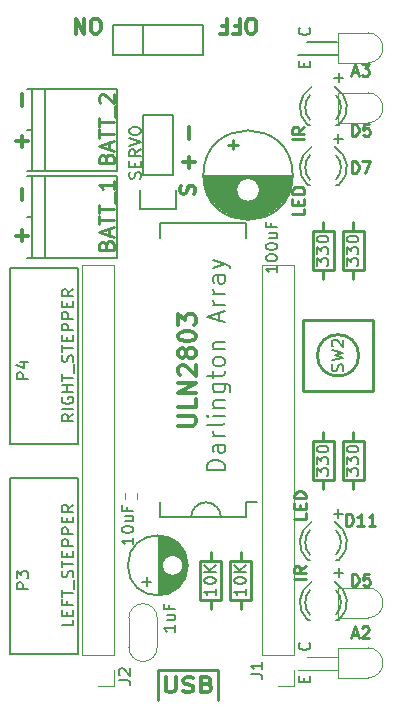
<source format=gto>
G04 #@! TF.FileFunction,Legend,Top*
%FSLAX46Y46*%
G04 Gerber Fmt 4.6, Leading zero omitted, Abs format (unit mm)*
G04 Created by KiCad (PCBNEW 4.0.6) date 11/20/19 08:45:12*
%MOMM*%
%LPD*%
G01*
G04 APERTURE LIST*
%ADD10C,0.100000*%
%ADD11C,0.150000*%
%ADD12C,0.254000*%
%ADD13C,0.300000*%
%ADD14C,0.200000*%
%ADD15C,0.250000*%
%ADD16C,0.120000*%
G04 APERTURE END LIST*
D10*
D11*
X149479048Y-70556429D02*
X150240953Y-70556429D01*
X149860001Y-70937381D02*
X149860001Y-70175476D01*
X149479048Y-102306429D02*
X150240953Y-102306429D01*
X149860001Y-102687381D02*
X149860001Y-101925476D01*
D12*
X139700000Y-115570000D02*
X139700000Y-118110000D01*
X136525000Y-115570000D02*
X139700000Y-115570000D01*
X134620000Y-115570000D02*
X136525000Y-115570000D01*
X134620000Y-118110000D02*
X134620000Y-115570000D01*
D13*
X135267143Y-116144524D02*
X135267143Y-117172619D01*
X135338571Y-117293571D01*
X135410000Y-117354048D01*
X135552857Y-117414524D01*
X135838571Y-117414524D01*
X135981429Y-117354048D01*
X136052857Y-117293571D01*
X136124286Y-117172619D01*
X136124286Y-116144524D01*
X136767143Y-117354048D02*
X136981429Y-117414524D01*
X137338572Y-117414524D01*
X137481429Y-117354048D01*
X137552858Y-117293571D01*
X137624286Y-117172619D01*
X137624286Y-117051667D01*
X137552858Y-116930714D01*
X137481429Y-116870238D01*
X137338572Y-116809762D01*
X137052858Y-116749286D01*
X136910000Y-116688810D01*
X136838572Y-116628333D01*
X136767143Y-116507381D01*
X136767143Y-116386429D01*
X136838572Y-116265476D01*
X136910000Y-116205000D01*
X137052858Y-116144524D01*
X137410000Y-116144524D01*
X137624286Y-116205000D01*
X138767143Y-116749286D02*
X138981429Y-116809762D01*
X139052857Y-116870238D01*
X139124286Y-116991190D01*
X139124286Y-117172619D01*
X139052857Y-117293571D01*
X138981429Y-117354048D01*
X138838571Y-117414524D01*
X138267143Y-117414524D01*
X138267143Y-116144524D01*
X138767143Y-116144524D01*
X138910000Y-116205000D01*
X138981429Y-116265476D01*
X139052857Y-116386429D01*
X139052857Y-116507381D01*
X138981429Y-116628333D01*
X138910000Y-116688810D01*
X138767143Y-116749286D01*
X138267143Y-116749286D01*
D14*
X140251571Y-98610428D02*
X138751571Y-98610428D01*
X138751571Y-98253285D01*
X138823000Y-98039000D01*
X138965857Y-97896142D01*
X139108714Y-97824714D01*
X139394429Y-97753285D01*
X139608714Y-97753285D01*
X139894429Y-97824714D01*
X140037286Y-97896142D01*
X140180143Y-98039000D01*
X140251571Y-98253285D01*
X140251571Y-98610428D01*
X140251571Y-96467571D02*
X139465857Y-96467571D01*
X139323000Y-96539000D01*
X139251571Y-96681857D01*
X139251571Y-96967571D01*
X139323000Y-97110428D01*
X140180143Y-96467571D02*
X140251571Y-96610428D01*
X140251571Y-96967571D01*
X140180143Y-97110428D01*
X140037286Y-97181857D01*
X139894429Y-97181857D01*
X139751571Y-97110428D01*
X139680143Y-96967571D01*
X139680143Y-96610428D01*
X139608714Y-96467571D01*
X140251571Y-95753285D02*
X139251571Y-95753285D01*
X139537286Y-95753285D02*
X139394429Y-95681857D01*
X139323000Y-95610428D01*
X139251571Y-95467571D01*
X139251571Y-95324714D01*
X140251571Y-94610428D02*
X140180143Y-94753286D01*
X140037286Y-94824714D01*
X138751571Y-94824714D01*
X140251571Y-94039000D02*
X139251571Y-94039000D01*
X138751571Y-94039000D02*
X138823000Y-94110429D01*
X138894429Y-94039000D01*
X138823000Y-93967572D01*
X138751571Y-94039000D01*
X138894429Y-94039000D01*
X139251571Y-93324714D02*
X140251571Y-93324714D01*
X139394429Y-93324714D02*
X139323000Y-93253286D01*
X139251571Y-93110428D01*
X139251571Y-92896143D01*
X139323000Y-92753286D01*
X139465857Y-92681857D01*
X140251571Y-92681857D01*
X139251571Y-91324714D02*
X140465857Y-91324714D01*
X140608714Y-91396143D01*
X140680143Y-91467571D01*
X140751571Y-91610428D01*
X140751571Y-91824714D01*
X140680143Y-91967571D01*
X140180143Y-91324714D02*
X140251571Y-91467571D01*
X140251571Y-91753285D01*
X140180143Y-91896143D01*
X140108714Y-91967571D01*
X139965857Y-92039000D01*
X139537286Y-92039000D01*
X139394429Y-91967571D01*
X139323000Y-91896143D01*
X139251571Y-91753285D01*
X139251571Y-91467571D01*
X139323000Y-91324714D01*
X139251571Y-90824714D02*
X139251571Y-90253285D01*
X138751571Y-90610428D02*
X140037286Y-90610428D01*
X140180143Y-90539000D01*
X140251571Y-90396142D01*
X140251571Y-90253285D01*
X140251571Y-89538999D02*
X140180143Y-89681857D01*
X140108714Y-89753285D01*
X139965857Y-89824714D01*
X139537286Y-89824714D01*
X139394429Y-89753285D01*
X139323000Y-89681857D01*
X139251571Y-89538999D01*
X139251571Y-89324714D01*
X139323000Y-89181857D01*
X139394429Y-89110428D01*
X139537286Y-89038999D01*
X139965857Y-89038999D01*
X140108714Y-89110428D01*
X140180143Y-89181857D01*
X140251571Y-89324714D01*
X140251571Y-89538999D01*
X139251571Y-88396142D02*
X140251571Y-88396142D01*
X139394429Y-88396142D02*
X139323000Y-88324714D01*
X139251571Y-88181856D01*
X139251571Y-87967571D01*
X139323000Y-87824714D01*
X139465857Y-87753285D01*
X140251571Y-87753285D01*
X139823000Y-85967571D02*
X139823000Y-85253285D01*
X140251571Y-86110428D02*
X138751571Y-85610428D01*
X140251571Y-85110428D01*
X140251571Y-84610428D02*
X139251571Y-84610428D01*
X139537286Y-84610428D02*
X139394429Y-84539000D01*
X139323000Y-84467571D01*
X139251571Y-84324714D01*
X139251571Y-84181857D01*
X140251571Y-83681857D02*
X139251571Y-83681857D01*
X139537286Y-83681857D02*
X139394429Y-83610429D01*
X139323000Y-83539000D01*
X139251571Y-83396143D01*
X139251571Y-83253286D01*
X140251571Y-82110429D02*
X139465857Y-82110429D01*
X139323000Y-82181858D01*
X139251571Y-82324715D01*
X139251571Y-82610429D01*
X139323000Y-82753286D01*
X140180143Y-82110429D02*
X140251571Y-82253286D01*
X140251571Y-82610429D01*
X140180143Y-82753286D01*
X140037286Y-82824715D01*
X139894429Y-82824715D01*
X139751571Y-82753286D01*
X139680143Y-82610429D01*
X139680143Y-82253286D01*
X139608714Y-82110429D01*
X139251571Y-81539000D02*
X140251571Y-81181857D01*
X139251571Y-80824715D02*
X140251571Y-81181857D01*
X140608714Y-81324715D01*
X140680143Y-81396143D01*
X140751571Y-81539000D01*
D15*
X151050714Y-64936667D02*
X151526905Y-64936667D01*
X150955476Y-65222381D02*
X151288809Y-64222381D01*
X151622143Y-65222381D01*
X151860238Y-64222381D02*
X152479286Y-64222381D01*
X152145952Y-64603333D01*
X152288810Y-64603333D01*
X152384048Y-64650952D01*
X152431667Y-64698571D01*
X152479286Y-64793810D01*
X152479286Y-65031905D01*
X152431667Y-65127143D01*
X152384048Y-65174762D01*
X152288810Y-65222381D01*
X152003095Y-65222381D01*
X151907857Y-65174762D01*
X151860238Y-65127143D01*
X151026905Y-70302381D02*
X151026905Y-69302381D01*
X151265000Y-69302381D01*
X151407858Y-69350000D01*
X151503096Y-69445238D01*
X151550715Y-69540476D01*
X151598334Y-69730952D01*
X151598334Y-69873810D01*
X151550715Y-70064286D01*
X151503096Y-70159524D01*
X151407858Y-70254762D01*
X151265000Y-70302381D01*
X151026905Y-70302381D01*
X152503096Y-69302381D02*
X152026905Y-69302381D01*
X151979286Y-69778571D01*
X152026905Y-69730952D01*
X152122143Y-69683333D01*
X152360239Y-69683333D01*
X152455477Y-69730952D01*
X152503096Y-69778571D01*
X152550715Y-69873810D01*
X152550715Y-70111905D01*
X152503096Y-70207143D01*
X152455477Y-70254762D01*
X152360239Y-70302381D01*
X152122143Y-70302381D01*
X152026905Y-70254762D01*
X151979286Y-70207143D01*
X151026905Y-73477381D02*
X151026905Y-72477381D01*
X151265000Y-72477381D01*
X151407858Y-72525000D01*
X151503096Y-72620238D01*
X151550715Y-72715476D01*
X151598334Y-72905952D01*
X151598334Y-73048810D01*
X151550715Y-73239286D01*
X151503096Y-73334524D01*
X151407858Y-73429762D01*
X151265000Y-73477381D01*
X151026905Y-73477381D01*
X151931667Y-72477381D02*
X152598334Y-72477381D01*
X152169762Y-73477381D01*
X151026905Y-108402381D02*
X151026905Y-107402381D01*
X151265000Y-107402381D01*
X151407858Y-107450000D01*
X151503096Y-107545238D01*
X151550715Y-107640476D01*
X151598334Y-107830952D01*
X151598334Y-107973810D01*
X151550715Y-108164286D01*
X151503096Y-108259524D01*
X151407858Y-108354762D01*
X151265000Y-108402381D01*
X151026905Y-108402381D01*
X152503096Y-107402381D02*
X152026905Y-107402381D01*
X151979286Y-107878571D01*
X152026905Y-107830952D01*
X152122143Y-107783333D01*
X152360239Y-107783333D01*
X152455477Y-107830952D01*
X152503096Y-107878571D01*
X152550715Y-107973810D01*
X152550715Y-108211905D01*
X152503096Y-108307143D01*
X152455477Y-108354762D01*
X152360239Y-108402381D01*
X152122143Y-108402381D01*
X152026905Y-108354762D01*
X151979286Y-108307143D01*
X150550714Y-103322381D02*
X150550714Y-102322381D01*
X150788809Y-102322381D01*
X150931667Y-102370000D01*
X151026905Y-102465238D01*
X151074524Y-102560476D01*
X151122143Y-102750952D01*
X151122143Y-102893810D01*
X151074524Y-103084286D01*
X151026905Y-103179524D01*
X150931667Y-103274762D01*
X150788809Y-103322381D01*
X150550714Y-103322381D01*
X152074524Y-103322381D02*
X151503095Y-103322381D01*
X151788809Y-103322381D02*
X151788809Y-102322381D01*
X151693571Y-102465238D01*
X151598333Y-102560476D01*
X151503095Y-102608095D01*
X153026905Y-103322381D02*
X152455476Y-103322381D01*
X152741190Y-103322381D02*
X152741190Y-102322381D01*
X152645952Y-102465238D01*
X152550714Y-102560476D01*
X152455476Y-102608095D01*
X151050714Y-112561667D02*
X151526905Y-112561667D01*
X150955476Y-112847381D02*
X151288809Y-111847381D01*
X151622143Y-112847381D01*
X151907857Y-111942619D02*
X151955476Y-111895000D01*
X152050714Y-111847381D01*
X152288810Y-111847381D01*
X152384048Y-111895000D01*
X152431667Y-111942619D01*
X152479286Y-112037857D01*
X152479286Y-112133095D01*
X152431667Y-112275952D01*
X151860238Y-112847381D01*
X152479286Y-112847381D01*
D12*
X140582953Y-71065571D02*
X141357048Y-71065571D01*
X140970000Y-71452619D02*
X140970000Y-70678524D01*
X147017619Y-76472143D02*
X147017619Y-76955952D01*
X146001619Y-76955952D01*
X146485429Y-76133476D02*
X146485429Y-75794810D01*
X147017619Y-75649667D02*
X147017619Y-76133476D01*
X146001619Y-76133476D01*
X146001619Y-75649667D01*
X147017619Y-75214238D02*
X146001619Y-75214238D01*
X146001619Y-74972333D01*
X146050000Y-74827191D01*
X146146762Y-74730429D01*
X146243524Y-74682048D01*
X146437048Y-74633667D01*
X146582190Y-74633667D01*
X146775714Y-74682048D01*
X146872476Y-74730429D01*
X146969238Y-74827191D01*
X147017619Y-74972333D01*
X147017619Y-75214238D01*
X147017619Y-70612000D02*
X146001619Y-70612000D01*
X147017619Y-69547619D02*
X146533810Y-69886285D01*
X147017619Y-70128190D02*
X146001619Y-70128190D01*
X146001619Y-69741143D01*
X146050000Y-69644381D01*
X146098381Y-69596000D01*
X146195143Y-69547619D01*
X146340286Y-69547619D01*
X146437048Y-69596000D01*
X146485429Y-69644381D01*
X146533810Y-69741143D01*
X146533810Y-70128190D01*
X147144619Y-102253143D02*
X147144619Y-102736952D01*
X146128619Y-102736952D01*
X146612429Y-101914476D02*
X146612429Y-101575810D01*
X147144619Y-101430667D02*
X147144619Y-101914476D01*
X146128619Y-101914476D01*
X146128619Y-101430667D01*
X147144619Y-100995238D02*
X146128619Y-100995238D01*
X146128619Y-100753333D01*
X146177000Y-100608191D01*
X146273762Y-100511429D01*
X146370524Y-100463048D01*
X146564048Y-100414667D01*
X146709190Y-100414667D01*
X146902714Y-100463048D01*
X146999476Y-100511429D01*
X147096238Y-100608191D01*
X147144619Y-100753333D01*
X147144619Y-100995238D01*
X147144619Y-107823000D02*
X146128619Y-107823000D01*
X147144619Y-106758619D02*
X146660810Y-107097285D01*
X147144619Y-107339190D02*
X146128619Y-107339190D01*
X146128619Y-106952143D01*
X146177000Y-106855381D01*
X146225381Y-106807000D01*
X146322143Y-106758619D01*
X146467286Y-106758619D01*
X146564048Y-106807000D01*
X146612429Y-106855381D01*
X146660810Y-106952143D01*
X146660810Y-107339190D01*
D15*
X130212714Y-79536952D02*
X130272238Y-79358381D01*
X130331762Y-79298857D01*
X130450810Y-79239333D01*
X130629381Y-79239333D01*
X130748429Y-79298857D01*
X130807952Y-79358381D01*
X130867476Y-79477428D01*
X130867476Y-79953619D01*
X129617476Y-79953619D01*
X129617476Y-79536952D01*
X129677000Y-79417905D01*
X129736524Y-79358381D01*
X129855571Y-79298857D01*
X129974619Y-79298857D01*
X130093667Y-79358381D01*
X130153190Y-79417905D01*
X130212714Y-79536952D01*
X130212714Y-79953619D01*
X130510333Y-78763143D02*
X130510333Y-78167905D01*
X130867476Y-78882190D02*
X129617476Y-78465524D01*
X130867476Y-78048857D01*
X129617476Y-77810761D02*
X129617476Y-77096476D01*
X130867476Y-77453619D02*
X129617476Y-77453619D01*
X129617476Y-76858380D02*
X129617476Y-76144095D01*
X130867476Y-76501238D02*
X129617476Y-76501238D01*
X130986524Y-76025047D02*
X130986524Y-75072666D01*
X130867476Y-74120285D02*
X130867476Y-74834571D01*
X130867476Y-74477428D02*
X129617476Y-74477428D01*
X129796048Y-74596476D01*
X129915095Y-74715523D01*
X129974619Y-74834571D01*
X130212714Y-72215523D02*
X130272238Y-72036952D01*
X130331762Y-71977428D01*
X130450810Y-71917904D01*
X130629381Y-71917904D01*
X130748429Y-71977428D01*
X130807952Y-72036952D01*
X130867476Y-72155999D01*
X130867476Y-72632190D01*
X129617476Y-72632190D01*
X129617476Y-72215523D01*
X129677000Y-72096476D01*
X129736524Y-72036952D01*
X129855571Y-71977428D01*
X129974619Y-71977428D01*
X130093667Y-72036952D01*
X130153190Y-72096476D01*
X130212714Y-72215523D01*
X130212714Y-72632190D01*
X130510333Y-71441714D02*
X130510333Y-70846476D01*
X130867476Y-71560761D02*
X129617476Y-71144095D01*
X130867476Y-70727428D01*
X129617476Y-70489332D02*
X129617476Y-69775047D01*
X130867476Y-70132190D02*
X129617476Y-70132190D01*
X129617476Y-69536951D02*
X129617476Y-68822666D01*
X130867476Y-69179809D02*
X129617476Y-69179809D01*
X130986524Y-68703618D02*
X130986524Y-67751237D01*
X129736524Y-67513142D02*
X129677000Y-67453618D01*
X129617476Y-67334570D01*
X129617476Y-67036951D01*
X129677000Y-66917904D01*
X129736524Y-66858380D01*
X129855571Y-66798856D01*
X129974619Y-66798856D01*
X130153190Y-66858380D01*
X130867476Y-67572666D01*
X130867476Y-66798856D01*
D13*
X137665952Y-75247143D02*
X137725476Y-75068571D01*
X137725476Y-74770952D01*
X137665952Y-74651905D01*
X137606429Y-74592381D01*
X137487381Y-74532857D01*
X137368333Y-74532857D01*
X137249286Y-74592381D01*
X137189762Y-74651905D01*
X137130238Y-74770952D01*
X137070714Y-75009048D01*
X137011190Y-75128095D01*
X136951667Y-75187619D01*
X136832619Y-75247143D01*
X136713571Y-75247143D01*
X136594524Y-75187619D01*
X136535000Y-75128095D01*
X136475476Y-75009048D01*
X136475476Y-74711428D01*
X136535000Y-74532857D01*
X137249286Y-73044762D02*
X137249286Y-72092381D01*
X137725476Y-72568571D02*
X136773095Y-72568571D01*
X137249286Y-70544762D02*
X137249286Y-69592381D01*
X123099286Y-66795953D02*
X123099286Y-67763572D01*
X123099286Y-70303572D02*
X123099286Y-71271191D01*
X122615476Y-70787381D02*
X123583095Y-70787381D01*
X123099286Y-74778810D02*
X123099286Y-75746429D01*
X123099286Y-78286429D02*
X123099286Y-79254048D01*
X122615476Y-78770238D02*
X123583095Y-78770238D01*
X142633094Y-61655476D02*
X142391190Y-61655476D01*
X142270237Y-61595000D01*
X142149285Y-61474048D01*
X142088809Y-61232143D01*
X142088809Y-60808810D01*
X142149285Y-60566905D01*
X142270237Y-60445952D01*
X142391190Y-60385476D01*
X142633094Y-60385476D01*
X142754047Y-60445952D01*
X142874999Y-60566905D01*
X142935475Y-60808810D01*
X142935475Y-61232143D01*
X142874999Y-61474048D01*
X142754047Y-61595000D01*
X142633094Y-61655476D01*
X141121190Y-61050714D02*
X141544523Y-61050714D01*
X141544523Y-60385476D02*
X141544523Y-61655476D01*
X140939761Y-61655476D01*
X140032619Y-61050714D02*
X140455952Y-61050714D01*
X140455952Y-60385476D02*
X140455952Y-61655476D01*
X139851190Y-61655476D01*
X129449286Y-61655476D02*
X129207382Y-61655476D01*
X129086429Y-61595000D01*
X128965477Y-61474048D01*
X128905001Y-61232143D01*
X128905001Y-60808810D01*
X128965477Y-60566905D01*
X129086429Y-60445952D01*
X129207382Y-60385476D01*
X129449286Y-60385476D01*
X129570239Y-60445952D01*
X129691191Y-60566905D01*
X129751667Y-60808810D01*
X129751667Y-61232143D01*
X129691191Y-61474048D01*
X129570239Y-61595000D01*
X129449286Y-61655476D01*
X128360715Y-60385476D02*
X128360715Y-61655476D01*
X127635001Y-60385476D01*
X127635001Y-61655476D01*
D10*
X149733000Y-114427000D02*
X147193000Y-114427000D01*
X149860000Y-115570000D02*
X146431000Y-115570000D01*
X152400000Y-113665000D02*
X149860000Y-113665000D01*
X149860000Y-113665000D02*
X149860000Y-116205000D01*
X149860000Y-116205000D02*
X152400000Y-116205000D01*
X153670000Y-114935000D02*
G75*
G03X152400000Y-113665000I-1270000J0D01*
G01*
X152400000Y-116205000D02*
G75*
G03X153670000Y-114935000I0J1270000D01*
G01*
D11*
X149904000Y-106244000D02*
X149704000Y-106244000D01*
X147310000Y-106244000D02*
X147490000Y-106244000D01*
X147620357Y-103016256D02*
G75*
G03X147304000Y-106244000I1003643J-1727744D01*
G01*
X147490932Y-103691994D02*
G75*
G03X147490000Y-105795000I1133068J-1052006D01*
G01*
X149930726Y-106231220D02*
G75*
G03X149584000Y-102994000I-1306726J1497220D01*
G01*
X149703253Y-105757889D02*
G75*
G03X149684000Y-103710000I-1079253J1013889D01*
G01*
X122110000Y-114210000D02*
X122110000Y-99310000D01*
X127860000Y-114210000D02*
X127860000Y-99310000D01*
X122110000Y-114210000D02*
X127860000Y-114210000D01*
X122110000Y-99310000D02*
X127860000Y-99310000D01*
X134675000Y-104181000D02*
X134675000Y-109179000D01*
X134815000Y-104189000D02*
X134815000Y-109171000D01*
X134955000Y-104205000D02*
X134955000Y-106585000D01*
X134955000Y-106775000D02*
X134955000Y-109155000D01*
X135095000Y-104229000D02*
X135095000Y-106190000D01*
X135095000Y-107170000D02*
X135095000Y-109131000D01*
X135235000Y-104262000D02*
X135235000Y-106023000D01*
X135235000Y-107337000D02*
X135235000Y-109098000D01*
X135375000Y-104303000D02*
X135375000Y-105916000D01*
X135375000Y-107444000D02*
X135375000Y-109057000D01*
X135515000Y-104353000D02*
X135515000Y-105845000D01*
X135515000Y-107515000D02*
X135515000Y-109007000D01*
X135655000Y-104414000D02*
X135655000Y-105801000D01*
X135655000Y-107559000D02*
X135655000Y-108946000D01*
X135795000Y-104484000D02*
X135795000Y-105782000D01*
X135795000Y-107578000D02*
X135795000Y-108876000D01*
X135935000Y-104566000D02*
X135935000Y-105784000D01*
X135935000Y-107576000D02*
X135935000Y-108794000D01*
X136075000Y-104661000D02*
X136075000Y-105809000D01*
X136075000Y-107551000D02*
X136075000Y-108699000D01*
X136215000Y-104772000D02*
X136215000Y-105857000D01*
X136215000Y-107503000D02*
X136215000Y-108588000D01*
X136355000Y-104900000D02*
X136355000Y-105935000D01*
X136355000Y-107425000D02*
X136355000Y-108460000D01*
X136495000Y-105049000D02*
X136495000Y-106052000D01*
X136495000Y-107308000D02*
X136495000Y-108311000D01*
X136635000Y-105228000D02*
X136635000Y-106240000D01*
X136635000Y-107120000D02*
X136635000Y-108132000D01*
X136775000Y-105447000D02*
X136775000Y-107913000D01*
X136915000Y-105736000D02*
X136915000Y-107624000D01*
X137055000Y-106208000D02*
X137055000Y-107152000D01*
X136750000Y-106680000D02*
G75*
G03X136750000Y-106680000I-900000J0D01*
G01*
X137137500Y-106680000D02*
G75*
G03X137137500Y-106680000I-2537500J0D01*
G01*
D16*
X146110000Y-81220000D02*
X143450000Y-81220000D01*
X146110000Y-114300000D02*
X146110000Y-81220000D01*
X143450000Y-114300000D02*
X143450000Y-81220000D01*
X146110000Y-114300000D02*
X143450000Y-114300000D01*
X146110000Y-115570000D02*
X146110000Y-116900000D01*
X146110000Y-116900000D02*
X144780000Y-116900000D01*
D10*
X134550000Y-111125000D02*
X134550000Y-113625000D01*
X132150000Y-111125000D02*
X132150000Y-113625000D01*
X133350000Y-109925000D02*
G75*
G03X132150000Y-111125000I0J-1200000D01*
G01*
X134550000Y-111125000D02*
G75*
G03X133350000Y-109925000I-1200000J0D01*
G01*
X132150000Y-113625000D02*
G75*
G03X133350000Y-114825000I1200000J0D01*
G01*
X133350000Y-114825000D02*
G75*
G03X134550000Y-113625000I0J1200000D01*
G01*
D14*
X138684000Y-101346000D02*
G75*
G03X137414000Y-102616000I0J-1270000D01*
G01*
X139954000Y-102616000D02*
G75*
G03X138684000Y-101346000I-1270000J0D01*
G01*
D11*
X142105000Y-102625000D02*
X142105000Y-101355000D01*
X134755000Y-102625000D02*
X134755000Y-101355000D01*
X134755000Y-77715000D02*
X134755000Y-78985000D01*
X142105000Y-77715000D02*
X142105000Y-78985000D01*
X142105000Y-102625000D02*
X134755000Y-102625000D01*
X142105000Y-77715000D02*
X134755000Y-77715000D01*
X142105000Y-101355000D02*
X143040000Y-101355000D01*
X122110000Y-96430000D02*
X122110000Y-81530000D01*
X127860000Y-96430000D02*
X127860000Y-81530000D01*
X122110000Y-96430000D02*
X127860000Y-96430000D01*
X122110000Y-81530000D02*
X127860000Y-81530000D01*
X145989000Y-73715000D02*
X138491000Y-73715000D01*
X145984000Y-73855000D02*
X138496000Y-73855000D01*
X145973000Y-73995000D02*
X142686000Y-73995000D01*
X141794000Y-73995000D02*
X138507000Y-73995000D01*
X145957000Y-74135000D02*
X142896000Y-74135000D01*
X141584000Y-74135000D02*
X138523000Y-74135000D01*
X145936000Y-74275000D02*
X143029000Y-74275000D01*
X141451000Y-74275000D02*
X138544000Y-74275000D01*
X145909000Y-74415000D02*
X143120000Y-74415000D01*
X141360000Y-74415000D02*
X138571000Y-74415000D01*
X145877000Y-74555000D02*
X143182000Y-74555000D01*
X141298000Y-74555000D02*
X138603000Y-74555000D01*
X145839000Y-74695000D02*
X143221000Y-74695000D01*
X141259000Y-74695000D02*
X138641000Y-74695000D01*
X145795000Y-74835000D02*
X143238000Y-74835000D01*
X141242000Y-74835000D02*
X138685000Y-74835000D01*
X145744000Y-74975000D02*
X143236000Y-74975000D01*
X141244000Y-74975000D02*
X138736000Y-74975000D01*
X145688000Y-75115000D02*
X143214000Y-75115000D01*
X141266000Y-75115000D02*
X138792000Y-75115000D01*
X145624000Y-75255000D02*
X143171000Y-75255000D01*
X141309000Y-75255000D02*
X138856000Y-75255000D01*
X145554000Y-75395000D02*
X143103000Y-75395000D01*
X141377000Y-75395000D02*
X138926000Y-75395000D01*
X145476000Y-75535000D02*
X143004000Y-75535000D01*
X141476000Y-75535000D02*
X139004000Y-75535000D01*
X145390000Y-75675000D02*
X142859000Y-75675000D01*
X141621000Y-75675000D02*
X139090000Y-75675000D01*
X145295000Y-75815000D02*
X142620000Y-75815000D01*
X141860000Y-75815000D02*
X139185000Y-75815000D01*
X145190000Y-75955000D02*
X139290000Y-75955000D01*
X145075000Y-76095000D02*
X139405000Y-76095000D01*
X144947000Y-76235000D02*
X139533000Y-76235000D01*
X144806000Y-76375000D02*
X139674000Y-76375000D01*
X144648000Y-76515000D02*
X139832000Y-76515000D01*
X144470000Y-76655000D02*
X140010000Y-76655000D01*
X144267000Y-76795000D02*
X140213000Y-76795000D01*
X144030000Y-76935000D02*
X140450000Y-76935000D01*
X143744000Y-77075000D02*
X140736000Y-77075000D01*
X143372000Y-77215000D02*
X141108000Y-77215000D01*
X142751000Y-77355000D02*
X141729000Y-77355000D01*
X143240000Y-74890000D02*
G75*
G03X143240000Y-74890000I-1000000J0D01*
G01*
X146027500Y-73640000D02*
G75*
G03X146027500Y-73640000I-3787500J0D01*
G01*
X135890000Y-73660000D02*
X135890000Y-68580000D01*
X135890000Y-68580000D02*
X133350000Y-68580000D01*
X133350000Y-68580000D02*
X133350000Y-73660000D01*
X133070000Y-76480000D02*
X133070000Y-74930000D01*
X133350000Y-73660000D02*
X135890000Y-73660000D01*
X136170000Y-74930000D02*
X136170000Y-76480000D01*
X136170000Y-76480000D02*
X133070000Y-76480000D01*
X130810000Y-63500000D02*
X130810000Y-60960000D01*
X130810000Y-60960000D02*
X138430000Y-60960000D01*
X138430000Y-60960000D02*
X138430000Y-63500000D01*
X138430000Y-63500000D02*
X130810000Y-63500000D01*
X133350000Y-60960000D02*
X133350000Y-63500000D01*
X123916000Y-69822000D02*
X123516000Y-69822000D01*
X125016000Y-66322000D02*
X125016000Y-73322000D01*
X123916000Y-66322000D02*
X123916000Y-73322000D01*
X131116000Y-66322000D02*
X123516000Y-66322000D01*
X123516000Y-73322000D02*
X131116000Y-73322000D01*
X131116000Y-73322000D02*
X131116000Y-66322000D01*
X123916000Y-77188000D02*
X123516000Y-77188000D01*
X125016000Y-73688000D02*
X125016000Y-80688000D01*
X123916000Y-73688000D02*
X123916000Y-80688000D01*
X131116000Y-73688000D02*
X123516000Y-73688000D01*
X123516000Y-80688000D02*
X131116000Y-80688000D01*
X131116000Y-80688000D02*
X131116000Y-73688000D01*
X149904000Y-74494000D02*
X149704000Y-74494000D01*
X147310000Y-74494000D02*
X147490000Y-74494000D01*
X147620357Y-71266256D02*
G75*
G03X147304000Y-74494000I1003643J-1727744D01*
G01*
X147490932Y-71941994D02*
G75*
G03X147490000Y-74045000I1133068J-1052006D01*
G01*
X149930726Y-74481220D02*
G75*
G03X149584000Y-71244000I-1306726J1497220D01*
G01*
X149703253Y-74007889D02*
G75*
G03X149684000Y-71960000I-1079253J1013889D01*
G01*
D12*
X148590000Y-96139000D02*
X148590000Y-95377000D01*
X148590000Y-99441000D02*
X148590000Y-100203000D01*
X147701000Y-99441000D02*
X147955000Y-99441000D01*
X147701000Y-99441000D02*
X147701000Y-96139000D01*
X147701000Y-96139000D02*
X149479000Y-96139000D01*
X149479000Y-96139000D02*
X149479000Y-99441000D01*
X149479000Y-99441000D02*
X147955000Y-99441000D01*
X151130000Y-81661000D02*
X151130000Y-82423000D01*
X151130000Y-78359000D02*
X151130000Y-77597000D01*
X152019000Y-78359000D02*
X151765000Y-78359000D01*
X152019000Y-78359000D02*
X152019000Y-81661000D01*
X152019000Y-81661000D02*
X150241000Y-81661000D01*
X150241000Y-81661000D02*
X150241000Y-78359000D01*
X150241000Y-78359000D02*
X151765000Y-78359000D01*
X151130000Y-96139000D02*
X151130000Y-95377000D01*
X151130000Y-99441000D02*
X151130000Y-100203000D01*
X150241000Y-99441000D02*
X150495000Y-99441000D01*
X150241000Y-99441000D02*
X150241000Y-96139000D01*
X150241000Y-96139000D02*
X152019000Y-96139000D01*
X152019000Y-96139000D02*
X152019000Y-99441000D01*
X152019000Y-99441000D02*
X150495000Y-99441000D01*
X148590000Y-81661000D02*
X148590000Y-82423000D01*
X148590000Y-78359000D02*
X148590000Y-77597000D01*
X149479000Y-78359000D02*
X149225000Y-78359000D01*
X149479000Y-78359000D02*
X149479000Y-81661000D01*
X149479000Y-81661000D02*
X147701000Y-81661000D01*
X147701000Y-81661000D02*
X147701000Y-78359000D01*
X147701000Y-78359000D02*
X149225000Y-78359000D01*
X141605000Y-109601000D02*
X141605000Y-110363000D01*
X141605000Y-106299000D02*
X141605000Y-105537000D01*
X142494000Y-106299000D02*
X142240000Y-106299000D01*
X142494000Y-106299000D02*
X142494000Y-109601000D01*
X142494000Y-109601000D02*
X140716000Y-109601000D01*
X140716000Y-109601000D02*
X140716000Y-106299000D01*
X140716000Y-106299000D02*
X142240000Y-106299000D01*
X139065000Y-109601000D02*
X139065000Y-110363000D01*
X139065000Y-106299000D02*
X139065000Y-105537000D01*
X139954000Y-106299000D02*
X139700000Y-106299000D01*
X139954000Y-106299000D02*
X139954000Y-109601000D01*
X139954000Y-109601000D02*
X138176000Y-109601000D01*
X138176000Y-109601000D02*
X138176000Y-106299000D01*
X138176000Y-106299000D02*
X139700000Y-106299000D01*
D15*
X146860000Y-91900000D02*
X146860000Y-85900000D01*
X146860000Y-85900000D02*
X152860000Y-85900000D01*
X152860000Y-85900000D02*
X152860000Y-91900000D01*
X152860000Y-91900000D02*
X146860000Y-91900000D01*
X151610000Y-88900000D02*
G75*
G03X151610000Y-88900000I-1750000J0D01*
G01*
D16*
X130870000Y-81220000D02*
X128210000Y-81220000D01*
X130870000Y-114300000D02*
X130870000Y-81220000D01*
X128210000Y-114300000D02*
X128210000Y-81220000D01*
X130870000Y-114300000D02*
X128210000Y-114300000D01*
X130870000Y-115570000D02*
X130870000Y-116900000D01*
X130870000Y-116900000D02*
X129540000Y-116900000D01*
X132864000Y-101088000D02*
X132864000Y-100588000D01*
X131804000Y-100588000D02*
X131804000Y-101088000D01*
D10*
X152400000Y-111125000D02*
X149860000Y-111125000D01*
X149860000Y-111125000D02*
X149860000Y-108585000D01*
X149860000Y-108585000D02*
X152400000Y-108585000D01*
X153670000Y-109855000D02*
G75*
G03X152400000Y-108585000I-1270000J0D01*
G01*
X152400000Y-111125000D02*
G75*
G03X153670000Y-109855000I0J1270000D01*
G01*
D11*
X149904000Y-111324000D02*
X149704000Y-111324000D01*
X147310000Y-111324000D02*
X147490000Y-111324000D01*
X147620357Y-108096256D02*
G75*
G03X147304000Y-111324000I1003643J-1727744D01*
G01*
X147490932Y-108771994D02*
G75*
G03X147490000Y-110875000I1133068J-1052006D01*
G01*
X149930726Y-111311220D02*
G75*
G03X149584000Y-108074000I-1306726J1497220D01*
G01*
X149703253Y-110837889D02*
G75*
G03X149684000Y-108790000I-1079253J1013889D01*
G01*
D10*
X152400000Y-69215000D02*
X149860000Y-69215000D01*
X149860000Y-69215000D02*
X149860000Y-66675000D01*
X149860000Y-66675000D02*
X152400000Y-66675000D01*
X153670000Y-67945000D02*
G75*
G03X152400000Y-66675000I-1270000J0D01*
G01*
X152400000Y-69215000D02*
G75*
G03X153670000Y-67945000I0J1270000D01*
G01*
D11*
X149904000Y-69414000D02*
X149704000Y-69414000D01*
X147310000Y-69414000D02*
X147490000Y-69414000D01*
X147620357Y-66186256D02*
G75*
G03X147304000Y-69414000I1003643J-1727744D01*
G01*
X147490932Y-66861994D02*
G75*
G03X147490000Y-68965000I1133068J-1052006D01*
G01*
X149930726Y-69401220D02*
G75*
G03X149584000Y-66164000I-1306726J1497220D01*
G01*
X149703253Y-68927889D02*
G75*
G03X149684000Y-66880000I-1079253J1013889D01*
G01*
X149733000Y-62357000D02*
X147193000Y-62357000D01*
X149860000Y-63500000D02*
X146431000Y-63500000D01*
D10*
X152400000Y-61595000D02*
X149860000Y-61595000D01*
X149860000Y-61595000D02*
X149860000Y-64135000D01*
X149860000Y-64135000D02*
X152400000Y-64135000D01*
X153670000Y-62865000D02*
G75*
G03X152400000Y-61595000I-1270000J0D01*
G01*
X152400000Y-64135000D02*
G75*
G03X153670000Y-62865000I0J1270000D01*
G01*
D11*
X146994571Y-116546286D02*
X146994571Y-116212952D01*
X147518381Y-116070095D02*
X147518381Y-116546286D01*
X146518381Y-116546286D01*
X146518381Y-116070095D01*
X147423143Y-113228476D02*
X147470762Y-113276095D01*
X147518381Y-113418952D01*
X147518381Y-113514190D01*
X147470762Y-113657048D01*
X147375524Y-113752286D01*
X147280286Y-113799905D01*
X147089810Y-113847524D01*
X146946952Y-113847524D01*
X146756476Y-113799905D01*
X146661238Y-113752286D01*
X146566000Y-113657048D01*
X146518381Y-113514190D01*
X146518381Y-113418952D01*
X146566000Y-113276095D01*
X146613619Y-113228476D01*
X123642381Y-108688095D02*
X122642381Y-108688095D01*
X122642381Y-108307142D01*
X122690000Y-108211904D01*
X122737619Y-108164285D01*
X122832857Y-108116666D01*
X122975714Y-108116666D01*
X123070952Y-108164285D01*
X123118571Y-108211904D01*
X123166190Y-108307142D01*
X123166190Y-108688095D01*
X122642381Y-107783333D02*
X122642381Y-107164285D01*
X123023333Y-107497619D01*
X123023333Y-107354761D01*
X123070952Y-107259523D01*
X123118571Y-107211904D01*
X123213810Y-107164285D01*
X123451905Y-107164285D01*
X123547143Y-107211904D01*
X123594762Y-107259523D01*
X123642381Y-107354761D01*
X123642381Y-107640476D01*
X123594762Y-107735714D01*
X123547143Y-107783333D01*
X127452381Y-111275238D02*
X127452381Y-111751429D01*
X126452381Y-111751429D01*
X126928571Y-110941905D02*
X126928571Y-110608571D01*
X127452381Y-110465714D02*
X127452381Y-110941905D01*
X126452381Y-110941905D01*
X126452381Y-110465714D01*
X126928571Y-109703809D02*
X126928571Y-110037143D01*
X127452381Y-110037143D02*
X126452381Y-110037143D01*
X126452381Y-109560952D01*
X126452381Y-109322857D02*
X126452381Y-108751428D01*
X127452381Y-109037143D02*
X126452381Y-109037143D01*
X127547619Y-108656190D02*
X127547619Y-107894285D01*
X127404762Y-107703809D02*
X127452381Y-107560952D01*
X127452381Y-107322856D01*
X127404762Y-107227618D01*
X127357143Y-107179999D01*
X127261905Y-107132380D01*
X127166667Y-107132380D01*
X127071429Y-107179999D01*
X127023810Y-107227618D01*
X126976190Y-107322856D01*
X126928571Y-107513333D01*
X126880952Y-107608571D01*
X126833333Y-107656190D01*
X126738095Y-107703809D01*
X126642857Y-107703809D01*
X126547619Y-107656190D01*
X126500000Y-107608571D01*
X126452381Y-107513333D01*
X126452381Y-107275237D01*
X126500000Y-107132380D01*
X126452381Y-106846666D02*
X126452381Y-106275237D01*
X127452381Y-106560952D02*
X126452381Y-106560952D01*
X126928571Y-105941904D02*
X126928571Y-105608570D01*
X127452381Y-105465713D02*
X127452381Y-105941904D01*
X126452381Y-105941904D01*
X126452381Y-105465713D01*
X127452381Y-105037142D02*
X126452381Y-105037142D01*
X126452381Y-104656189D01*
X126500000Y-104560951D01*
X126547619Y-104513332D01*
X126642857Y-104465713D01*
X126785714Y-104465713D01*
X126880952Y-104513332D01*
X126928571Y-104560951D01*
X126976190Y-104656189D01*
X126976190Y-105037142D01*
X127452381Y-104037142D02*
X126452381Y-104037142D01*
X126452381Y-103656189D01*
X126500000Y-103560951D01*
X126547619Y-103513332D01*
X126642857Y-103465713D01*
X126785714Y-103465713D01*
X126880952Y-103513332D01*
X126928571Y-103560951D01*
X126976190Y-103656189D01*
X126976190Y-104037142D01*
X126928571Y-103037142D02*
X126928571Y-102703808D01*
X127452381Y-102560951D02*
X127452381Y-103037142D01*
X126452381Y-103037142D01*
X126452381Y-102560951D01*
X127452381Y-101560951D02*
X126976190Y-101894285D01*
X127452381Y-102132380D02*
X126452381Y-102132380D01*
X126452381Y-101751427D01*
X126500000Y-101656189D01*
X126547619Y-101608570D01*
X126642857Y-101560951D01*
X126785714Y-101560951D01*
X126880952Y-101608570D01*
X126928571Y-101656189D01*
X126976190Y-101751427D01*
X126976190Y-102132380D01*
X132532381Y-104322428D02*
X132532381Y-104893857D01*
X132532381Y-104608143D02*
X131532381Y-104608143D01*
X131675238Y-104703381D01*
X131770476Y-104798619D01*
X131818095Y-104893857D01*
X131532381Y-103703381D02*
X131532381Y-103608142D01*
X131580000Y-103512904D01*
X131627619Y-103465285D01*
X131722857Y-103417666D01*
X131913333Y-103370047D01*
X132151429Y-103370047D01*
X132341905Y-103417666D01*
X132437143Y-103465285D01*
X132484762Y-103512904D01*
X132532381Y-103608142D01*
X132532381Y-103703381D01*
X132484762Y-103798619D01*
X132437143Y-103846238D01*
X132341905Y-103893857D01*
X132151429Y-103941476D01*
X131913333Y-103941476D01*
X131722857Y-103893857D01*
X131627619Y-103846238D01*
X131580000Y-103798619D01*
X131532381Y-103703381D01*
X131865714Y-102512904D02*
X132532381Y-102512904D01*
X131865714Y-102941476D02*
X132389524Y-102941476D01*
X132484762Y-102893857D01*
X132532381Y-102798619D01*
X132532381Y-102655761D01*
X132484762Y-102560523D01*
X132437143Y-102512904D01*
X132008571Y-101703380D02*
X132008571Y-102036714D01*
X132532381Y-102036714D02*
X131532381Y-102036714D01*
X131532381Y-101560523D01*
X133269048Y-108051429D02*
X134030953Y-108051429D01*
X133650001Y-108432381D02*
X133650001Y-107670476D01*
X142454381Y-115903333D02*
X143168667Y-115903333D01*
X143311524Y-115950953D01*
X143406762Y-116046191D01*
X143454381Y-116189048D01*
X143454381Y-116284286D01*
X143454381Y-114903333D02*
X143454381Y-115474762D01*
X143454381Y-115189048D02*
X142454381Y-115189048D01*
X142597238Y-115284286D01*
X142692476Y-115379524D01*
X142740095Y-115474762D01*
X136088381Y-111720238D02*
X136088381Y-112291667D01*
X136088381Y-112005953D02*
X135088381Y-112005953D01*
X135231238Y-112101191D01*
X135326476Y-112196429D01*
X135374095Y-112291667D01*
X135421714Y-110863095D02*
X136088381Y-110863095D01*
X135421714Y-111291667D02*
X135945524Y-111291667D01*
X136040762Y-111244048D01*
X136088381Y-111148810D01*
X136088381Y-111005952D01*
X136040762Y-110910714D01*
X135993143Y-110863095D01*
X135564571Y-110053571D02*
X135564571Y-110386905D01*
X136088381Y-110386905D02*
X135088381Y-110386905D01*
X135088381Y-109910714D01*
D13*
X136338571Y-94848571D02*
X137552857Y-94848571D01*
X137695714Y-94777143D01*
X137767143Y-94705714D01*
X137838571Y-94562857D01*
X137838571Y-94277143D01*
X137767143Y-94134285D01*
X137695714Y-94062857D01*
X137552857Y-93991428D01*
X136338571Y-93991428D01*
X137838571Y-92562856D02*
X137838571Y-93277142D01*
X136338571Y-93277142D01*
X137838571Y-92062856D02*
X136338571Y-92062856D01*
X137838571Y-91205713D01*
X136338571Y-91205713D01*
X136481429Y-90562856D02*
X136410000Y-90491427D01*
X136338571Y-90348570D01*
X136338571Y-89991427D01*
X136410000Y-89848570D01*
X136481429Y-89777141D01*
X136624286Y-89705713D01*
X136767143Y-89705713D01*
X136981429Y-89777141D01*
X137838571Y-90634284D01*
X137838571Y-89705713D01*
X136981429Y-88848570D02*
X136910000Y-88991428D01*
X136838571Y-89062856D01*
X136695714Y-89134285D01*
X136624286Y-89134285D01*
X136481429Y-89062856D01*
X136410000Y-88991428D01*
X136338571Y-88848570D01*
X136338571Y-88562856D01*
X136410000Y-88419999D01*
X136481429Y-88348570D01*
X136624286Y-88277142D01*
X136695714Y-88277142D01*
X136838571Y-88348570D01*
X136910000Y-88419999D01*
X136981429Y-88562856D01*
X136981429Y-88848570D01*
X137052857Y-88991428D01*
X137124286Y-89062856D01*
X137267143Y-89134285D01*
X137552857Y-89134285D01*
X137695714Y-89062856D01*
X137767143Y-88991428D01*
X137838571Y-88848570D01*
X137838571Y-88562856D01*
X137767143Y-88419999D01*
X137695714Y-88348570D01*
X137552857Y-88277142D01*
X137267143Y-88277142D01*
X137124286Y-88348570D01*
X137052857Y-88419999D01*
X136981429Y-88562856D01*
X136338571Y-87348571D02*
X136338571Y-87205714D01*
X136410000Y-87062857D01*
X136481429Y-86991428D01*
X136624286Y-86919999D01*
X136910000Y-86848571D01*
X137267143Y-86848571D01*
X137552857Y-86919999D01*
X137695714Y-86991428D01*
X137767143Y-87062857D01*
X137838571Y-87205714D01*
X137838571Y-87348571D01*
X137767143Y-87491428D01*
X137695714Y-87562857D01*
X137552857Y-87634285D01*
X137267143Y-87705714D01*
X136910000Y-87705714D01*
X136624286Y-87634285D01*
X136481429Y-87562857D01*
X136410000Y-87491428D01*
X136338571Y-87348571D01*
X136338571Y-86348571D02*
X136338571Y-85420000D01*
X136910000Y-85920000D01*
X136910000Y-85705714D01*
X136981429Y-85562857D01*
X137052857Y-85491428D01*
X137195714Y-85420000D01*
X137552857Y-85420000D01*
X137695714Y-85491428D01*
X137767143Y-85562857D01*
X137838571Y-85705714D01*
X137838571Y-86134286D01*
X137767143Y-86277143D01*
X137695714Y-86348571D01*
D11*
X123642381Y-90908095D02*
X122642381Y-90908095D01*
X122642381Y-90527142D01*
X122690000Y-90431904D01*
X122737619Y-90384285D01*
X122832857Y-90336666D01*
X122975714Y-90336666D01*
X123070952Y-90384285D01*
X123118571Y-90431904D01*
X123166190Y-90527142D01*
X123166190Y-90908095D01*
X122975714Y-89479523D02*
X123642381Y-89479523D01*
X122594762Y-89717619D02*
X123309048Y-89955714D01*
X123309048Y-89336666D01*
X127452381Y-93876190D02*
X126976190Y-94209524D01*
X127452381Y-94447619D02*
X126452381Y-94447619D01*
X126452381Y-94066666D01*
X126500000Y-93971428D01*
X126547619Y-93923809D01*
X126642857Y-93876190D01*
X126785714Y-93876190D01*
X126880952Y-93923809D01*
X126928571Y-93971428D01*
X126976190Y-94066666D01*
X126976190Y-94447619D01*
X127452381Y-93447619D02*
X126452381Y-93447619D01*
X126500000Y-92447619D02*
X126452381Y-92542857D01*
X126452381Y-92685714D01*
X126500000Y-92828572D01*
X126595238Y-92923810D01*
X126690476Y-92971429D01*
X126880952Y-93019048D01*
X127023810Y-93019048D01*
X127214286Y-92971429D01*
X127309524Y-92923810D01*
X127404762Y-92828572D01*
X127452381Y-92685714D01*
X127452381Y-92590476D01*
X127404762Y-92447619D01*
X127357143Y-92400000D01*
X127023810Y-92400000D01*
X127023810Y-92590476D01*
X127452381Y-91971429D02*
X126452381Y-91971429D01*
X126928571Y-91971429D02*
X126928571Y-91400000D01*
X127452381Y-91400000D02*
X126452381Y-91400000D01*
X126452381Y-91066667D02*
X126452381Y-90495238D01*
X127452381Y-90780953D02*
X126452381Y-90780953D01*
X127547619Y-90400000D02*
X127547619Y-89638095D01*
X127404762Y-89447619D02*
X127452381Y-89304762D01*
X127452381Y-89066666D01*
X127404762Y-88971428D01*
X127357143Y-88923809D01*
X127261905Y-88876190D01*
X127166667Y-88876190D01*
X127071429Y-88923809D01*
X127023810Y-88971428D01*
X126976190Y-89066666D01*
X126928571Y-89257143D01*
X126880952Y-89352381D01*
X126833333Y-89400000D01*
X126738095Y-89447619D01*
X126642857Y-89447619D01*
X126547619Y-89400000D01*
X126500000Y-89352381D01*
X126452381Y-89257143D01*
X126452381Y-89019047D01*
X126500000Y-88876190D01*
X126452381Y-88590476D02*
X126452381Y-88019047D01*
X127452381Y-88304762D02*
X126452381Y-88304762D01*
X126928571Y-87685714D02*
X126928571Y-87352380D01*
X127452381Y-87209523D02*
X127452381Y-87685714D01*
X126452381Y-87685714D01*
X126452381Y-87209523D01*
X127452381Y-86780952D02*
X126452381Y-86780952D01*
X126452381Y-86399999D01*
X126500000Y-86304761D01*
X126547619Y-86257142D01*
X126642857Y-86209523D01*
X126785714Y-86209523D01*
X126880952Y-86257142D01*
X126928571Y-86304761D01*
X126976190Y-86399999D01*
X126976190Y-86780952D01*
X127452381Y-85780952D02*
X126452381Y-85780952D01*
X126452381Y-85399999D01*
X126500000Y-85304761D01*
X126547619Y-85257142D01*
X126642857Y-85209523D01*
X126785714Y-85209523D01*
X126880952Y-85257142D01*
X126928571Y-85304761D01*
X126976190Y-85399999D01*
X126976190Y-85780952D01*
X126928571Y-84780952D02*
X126928571Y-84447618D01*
X127452381Y-84304761D02*
X127452381Y-84780952D01*
X126452381Y-84780952D01*
X126452381Y-84304761D01*
X127452381Y-83304761D02*
X126976190Y-83638095D01*
X127452381Y-83876190D02*
X126452381Y-83876190D01*
X126452381Y-83495237D01*
X126500000Y-83399999D01*
X126547619Y-83352380D01*
X126642857Y-83304761D01*
X126785714Y-83304761D01*
X126880952Y-83352380D01*
X126928571Y-83399999D01*
X126976190Y-83495237D01*
X126976190Y-83876190D01*
X144724381Y-81303619D02*
X144724381Y-81875048D01*
X144724381Y-81589334D02*
X143724381Y-81589334D01*
X143867238Y-81684572D01*
X143962476Y-81779810D01*
X144010095Y-81875048D01*
X143724381Y-80684572D02*
X143724381Y-80589333D01*
X143772000Y-80494095D01*
X143819619Y-80446476D01*
X143914857Y-80398857D01*
X144105333Y-80351238D01*
X144343429Y-80351238D01*
X144533905Y-80398857D01*
X144629143Y-80446476D01*
X144676762Y-80494095D01*
X144724381Y-80589333D01*
X144724381Y-80684572D01*
X144676762Y-80779810D01*
X144629143Y-80827429D01*
X144533905Y-80875048D01*
X144343429Y-80922667D01*
X144105333Y-80922667D01*
X143914857Y-80875048D01*
X143819619Y-80827429D01*
X143772000Y-80779810D01*
X143724381Y-80684572D01*
X143724381Y-79732191D02*
X143724381Y-79636952D01*
X143772000Y-79541714D01*
X143819619Y-79494095D01*
X143914857Y-79446476D01*
X144105333Y-79398857D01*
X144343429Y-79398857D01*
X144533905Y-79446476D01*
X144629143Y-79494095D01*
X144676762Y-79541714D01*
X144724381Y-79636952D01*
X144724381Y-79732191D01*
X144676762Y-79827429D01*
X144629143Y-79875048D01*
X144533905Y-79922667D01*
X144343429Y-79970286D01*
X144105333Y-79970286D01*
X143914857Y-79922667D01*
X143819619Y-79875048D01*
X143772000Y-79827429D01*
X143724381Y-79732191D01*
X144057714Y-78541714D02*
X144724381Y-78541714D01*
X144057714Y-78970286D02*
X144581524Y-78970286D01*
X144676762Y-78922667D01*
X144724381Y-78827429D01*
X144724381Y-78684571D01*
X144676762Y-78589333D01*
X144629143Y-78541714D01*
X144200571Y-77732190D02*
X144200571Y-78065524D01*
X144724381Y-78065524D02*
X143724381Y-78065524D01*
X143724381Y-77589333D01*
X133119762Y-73945476D02*
X133167381Y-73802619D01*
X133167381Y-73564523D01*
X133119762Y-73469285D01*
X133072143Y-73421666D01*
X132976905Y-73374047D01*
X132881667Y-73374047D01*
X132786429Y-73421666D01*
X132738810Y-73469285D01*
X132691190Y-73564523D01*
X132643571Y-73755000D01*
X132595952Y-73850238D01*
X132548333Y-73897857D01*
X132453095Y-73945476D01*
X132357857Y-73945476D01*
X132262619Y-73897857D01*
X132215000Y-73850238D01*
X132167381Y-73755000D01*
X132167381Y-73516904D01*
X132215000Y-73374047D01*
X132643571Y-72945476D02*
X132643571Y-72612142D01*
X133167381Y-72469285D02*
X133167381Y-72945476D01*
X132167381Y-72945476D01*
X132167381Y-72469285D01*
X133167381Y-71469285D02*
X132691190Y-71802619D01*
X133167381Y-72040714D02*
X132167381Y-72040714D01*
X132167381Y-71659761D01*
X132215000Y-71564523D01*
X132262619Y-71516904D01*
X132357857Y-71469285D01*
X132500714Y-71469285D01*
X132595952Y-71516904D01*
X132643571Y-71564523D01*
X132691190Y-71659761D01*
X132691190Y-72040714D01*
X132167381Y-71183571D02*
X133167381Y-70850238D01*
X132167381Y-70516904D01*
X132167381Y-69993095D02*
X132167381Y-69802618D01*
X132215000Y-69707380D01*
X132310238Y-69612142D01*
X132500714Y-69564523D01*
X132834048Y-69564523D01*
X133024524Y-69612142D01*
X133119762Y-69707380D01*
X133167381Y-69802618D01*
X133167381Y-69993095D01*
X133119762Y-70088333D01*
X133024524Y-70183571D01*
X132834048Y-70231190D01*
X132500714Y-70231190D01*
X132310238Y-70183571D01*
X132215000Y-70088333D01*
X132167381Y-69993095D01*
X148042381Y-99075714D02*
X148042381Y-98456666D01*
X148423333Y-98790000D01*
X148423333Y-98647142D01*
X148470952Y-98551904D01*
X148518571Y-98504285D01*
X148613810Y-98456666D01*
X148851905Y-98456666D01*
X148947143Y-98504285D01*
X148994762Y-98551904D01*
X149042381Y-98647142D01*
X149042381Y-98932857D01*
X148994762Y-99028095D01*
X148947143Y-99075714D01*
X148042381Y-98123333D02*
X148042381Y-97504285D01*
X148423333Y-97837619D01*
X148423333Y-97694761D01*
X148470952Y-97599523D01*
X148518571Y-97551904D01*
X148613810Y-97504285D01*
X148851905Y-97504285D01*
X148947143Y-97551904D01*
X148994762Y-97599523D01*
X149042381Y-97694761D01*
X149042381Y-97980476D01*
X148994762Y-98075714D01*
X148947143Y-98123333D01*
X148042381Y-96885238D02*
X148042381Y-96789999D01*
X148090000Y-96694761D01*
X148137619Y-96647142D01*
X148232857Y-96599523D01*
X148423333Y-96551904D01*
X148661429Y-96551904D01*
X148851905Y-96599523D01*
X148947143Y-96647142D01*
X148994762Y-96694761D01*
X149042381Y-96789999D01*
X149042381Y-96885238D01*
X148994762Y-96980476D01*
X148947143Y-97028095D01*
X148851905Y-97075714D01*
X148661429Y-97123333D01*
X148423333Y-97123333D01*
X148232857Y-97075714D01*
X148137619Y-97028095D01*
X148090000Y-96980476D01*
X148042381Y-96885238D01*
X150582381Y-81295714D02*
X150582381Y-80676666D01*
X150963333Y-81010000D01*
X150963333Y-80867142D01*
X151010952Y-80771904D01*
X151058571Y-80724285D01*
X151153810Y-80676666D01*
X151391905Y-80676666D01*
X151487143Y-80724285D01*
X151534762Y-80771904D01*
X151582381Y-80867142D01*
X151582381Y-81152857D01*
X151534762Y-81248095D01*
X151487143Y-81295714D01*
X150582381Y-80343333D02*
X150582381Y-79724285D01*
X150963333Y-80057619D01*
X150963333Y-79914761D01*
X151010952Y-79819523D01*
X151058571Y-79771904D01*
X151153810Y-79724285D01*
X151391905Y-79724285D01*
X151487143Y-79771904D01*
X151534762Y-79819523D01*
X151582381Y-79914761D01*
X151582381Y-80200476D01*
X151534762Y-80295714D01*
X151487143Y-80343333D01*
X150582381Y-79105238D02*
X150582381Y-79009999D01*
X150630000Y-78914761D01*
X150677619Y-78867142D01*
X150772857Y-78819523D01*
X150963333Y-78771904D01*
X151201429Y-78771904D01*
X151391905Y-78819523D01*
X151487143Y-78867142D01*
X151534762Y-78914761D01*
X151582381Y-79009999D01*
X151582381Y-79105238D01*
X151534762Y-79200476D01*
X151487143Y-79248095D01*
X151391905Y-79295714D01*
X151201429Y-79343333D01*
X150963333Y-79343333D01*
X150772857Y-79295714D01*
X150677619Y-79248095D01*
X150630000Y-79200476D01*
X150582381Y-79105238D01*
X150582381Y-99075714D02*
X150582381Y-98456666D01*
X150963333Y-98790000D01*
X150963333Y-98647142D01*
X151010952Y-98551904D01*
X151058571Y-98504285D01*
X151153810Y-98456666D01*
X151391905Y-98456666D01*
X151487143Y-98504285D01*
X151534762Y-98551904D01*
X151582381Y-98647142D01*
X151582381Y-98932857D01*
X151534762Y-99028095D01*
X151487143Y-99075714D01*
X150582381Y-98123333D02*
X150582381Y-97504285D01*
X150963333Y-97837619D01*
X150963333Y-97694761D01*
X151010952Y-97599523D01*
X151058571Y-97551904D01*
X151153810Y-97504285D01*
X151391905Y-97504285D01*
X151487143Y-97551904D01*
X151534762Y-97599523D01*
X151582381Y-97694761D01*
X151582381Y-97980476D01*
X151534762Y-98075714D01*
X151487143Y-98123333D01*
X150582381Y-96885238D02*
X150582381Y-96789999D01*
X150630000Y-96694761D01*
X150677619Y-96647142D01*
X150772857Y-96599523D01*
X150963333Y-96551904D01*
X151201429Y-96551904D01*
X151391905Y-96599523D01*
X151487143Y-96647142D01*
X151534762Y-96694761D01*
X151582381Y-96789999D01*
X151582381Y-96885238D01*
X151534762Y-96980476D01*
X151487143Y-97028095D01*
X151391905Y-97075714D01*
X151201429Y-97123333D01*
X150963333Y-97123333D01*
X150772857Y-97075714D01*
X150677619Y-97028095D01*
X150630000Y-96980476D01*
X150582381Y-96885238D01*
X148042381Y-81295714D02*
X148042381Y-80676666D01*
X148423333Y-81010000D01*
X148423333Y-80867142D01*
X148470952Y-80771904D01*
X148518571Y-80724285D01*
X148613810Y-80676666D01*
X148851905Y-80676666D01*
X148947143Y-80724285D01*
X148994762Y-80771904D01*
X149042381Y-80867142D01*
X149042381Y-81152857D01*
X148994762Y-81248095D01*
X148947143Y-81295714D01*
X148042381Y-80343333D02*
X148042381Y-79724285D01*
X148423333Y-80057619D01*
X148423333Y-79914761D01*
X148470952Y-79819523D01*
X148518571Y-79771904D01*
X148613810Y-79724285D01*
X148851905Y-79724285D01*
X148947143Y-79771904D01*
X148994762Y-79819523D01*
X149042381Y-79914761D01*
X149042381Y-80200476D01*
X148994762Y-80295714D01*
X148947143Y-80343333D01*
X148042381Y-79105238D02*
X148042381Y-79009999D01*
X148090000Y-78914761D01*
X148137619Y-78867142D01*
X148232857Y-78819523D01*
X148423333Y-78771904D01*
X148661429Y-78771904D01*
X148851905Y-78819523D01*
X148947143Y-78867142D01*
X148994762Y-78914761D01*
X149042381Y-79009999D01*
X149042381Y-79105238D01*
X148994762Y-79200476D01*
X148947143Y-79248095D01*
X148851905Y-79295714D01*
X148661429Y-79343333D01*
X148423333Y-79343333D01*
X148232857Y-79295714D01*
X148137619Y-79248095D01*
X148090000Y-79200476D01*
X148042381Y-79105238D01*
X142057381Y-108640476D02*
X142057381Y-109211905D01*
X142057381Y-108926191D02*
X141057381Y-108926191D01*
X141200238Y-109021429D01*
X141295476Y-109116667D01*
X141343095Y-109211905D01*
X141057381Y-108021429D02*
X141057381Y-107926190D01*
X141105000Y-107830952D01*
X141152619Y-107783333D01*
X141247857Y-107735714D01*
X141438333Y-107688095D01*
X141676429Y-107688095D01*
X141866905Y-107735714D01*
X141962143Y-107783333D01*
X142009762Y-107830952D01*
X142057381Y-107926190D01*
X142057381Y-108021429D01*
X142009762Y-108116667D01*
X141962143Y-108164286D01*
X141866905Y-108211905D01*
X141676429Y-108259524D01*
X141438333Y-108259524D01*
X141247857Y-108211905D01*
X141152619Y-108164286D01*
X141105000Y-108116667D01*
X141057381Y-108021429D01*
X142057381Y-107259524D02*
X141057381Y-107259524D01*
X142057381Y-106688095D02*
X141485952Y-107116667D01*
X141057381Y-106688095D02*
X141628810Y-107259524D01*
X139517381Y-108640476D02*
X139517381Y-109211905D01*
X139517381Y-108926191D02*
X138517381Y-108926191D01*
X138660238Y-109021429D01*
X138755476Y-109116667D01*
X138803095Y-109211905D01*
X138517381Y-108021429D02*
X138517381Y-107926190D01*
X138565000Y-107830952D01*
X138612619Y-107783333D01*
X138707857Y-107735714D01*
X138898333Y-107688095D01*
X139136429Y-107688095D01*
X139326905Y-107735714D01*
X139422143Y-107783333D01*
X139469762Y-107830952D01*
X139517381Y-107926190D01*
X139517381Y-108021429D01*
X139469762Y-108116667D01*
X139422143Y-108164286D01*
X139326905Y-108211905D01*
X139136429Y-108259524D01*
X138898333Y-108259524D01*
X138707857Y-108211905D01*
X138612619Y-108164286D01*
X138565000Y-108116667D01*
X138517381Y-108021429D01*
X139517381Y-107259524D02*
X138517381Y-107259524D01*
X139517381Y-106688095D02*
X138945952Y-107116667D01*
X138517381Y-106688095D02*
X139088810Y-107259524D01*
X150264762Y-90233333D02*
X150312381Y-90090476D01*
X150312381Y-89852380D01*
X150264762Y-89757142D01*
X150217143Y-89709523D01*
X150121905Y-89661904D01*
X150026667Y-89661904D01*
X149931429Y-89709523D01*
X149883810Y-89757142D01*
X149836190Y-89852380D01*
X149788571Y-90042857D01*
X149740952Y-90138095D01*
X149693333Y-90185714D01*
X149598095Y-90233333D01*
X149502857Y-90233333D01*
X149407619Y-90185714D01*
X149360000Y-90138095D01*
X149312381Y-90042857D01*
X149312381Y-89804761D01*
X149360000Y-89661904D01*
X149312381Y-89328571D02*
X150312381Y-89090476D01*
X149598095Y-88899999D01*
X150312381Y-88709523D01*
X149312381Y-88471428D01*
X149407619Y-88138095D02*
X149360000Y-88090476D01*
X149312381Y-87995238D01*
X149312381Y-87757142D01*
X149360000Y-87661904D01*
X149407619Y-87614285D01*
X149502857Y-87566666D01*
X149598095Y-87566666D01*
X149740952Y-87614285D01*
X150312381Y-88185714D01*
X150312381Y-87566666D01*
X131278381Y-116411333D02*
X131992667Y-116411333D01*
X132135524Y-116458953D01*
X132230762Y-116554191D01*
X132278381Y-116697048D01*
X132278381Y-116792286D01*
X131373619Y-115982762D02*
X131326000Y-115935143D01*
X131278381Y-115839905D01*
X131278381Y-115601809D01*
X131326000Y-115506571D01*
X131373619Y-115458952D01*
X131468857Y-115411333D01*
X131564095Y-115411333D01*
X131706952Y-115458952D01*
X132278381Y-116030381D01*
X132278381Y-115411333D01*
X149931429Y-107695952D02*
X149931429Y-106934047D01*
X150312381Y-107314999D02*
X149550476Y-107314999D01*
X149931429Y-65785952D02*
X149931429Y-65024047D01*
X150312381Y-65404999D02*
X149550476Y-65404999D01*
X146994571Y-64476286D02*
X146994571Y-64142952D01*
X147518381Y-64000095D02*
X147518381Y-64476286D01*
X146518381Y-64476286D01*
X146518381Y-64000095D01*
X147423143Y-61158476D02*
X147470762Y-61206095D01*
X147518381Y-61348952D01*
X147518381Y-61444190D01*
X147470762Y-61587048D01*
X147375524Y-61682286D01*
X147280286Y-61729905D01*
X147089810Y-61777524D01*
X146946952Y-61777524D01*
X146756476Y-61729905D01*
X146661238Y-61682286D01*
X146566000Y-61587048D01*
X146518381Y-61444190D01*
X146518381Y-61348952D01*
X146566000Y-61206095D01*
X146613619Y-61158476D01*
M02*

</source>
